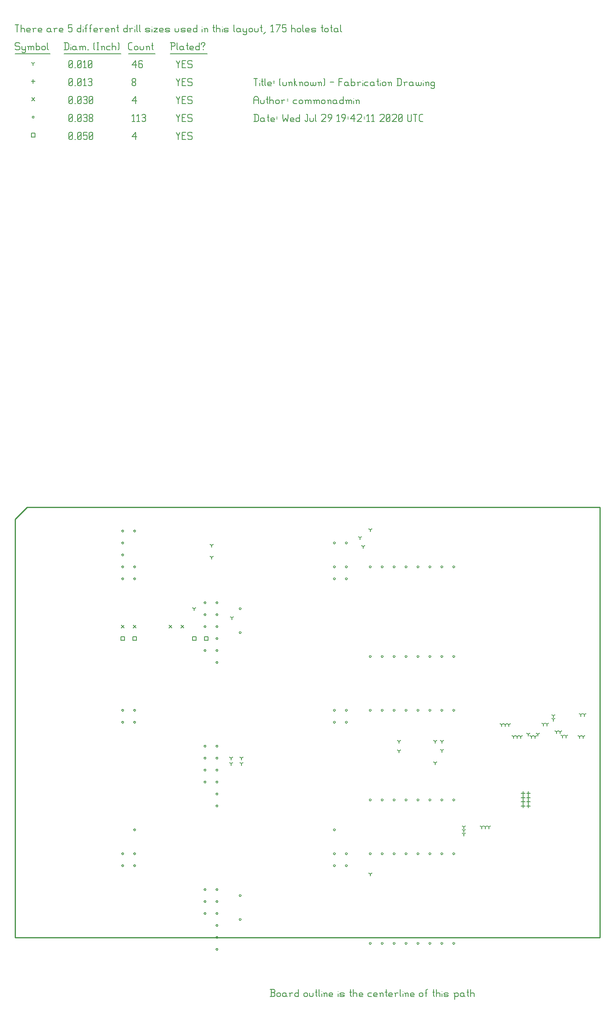
<source format=gbr>
G04 start of page 14 for group -3984 idx -3984 *
G04 Title: (unknown), fab *
G04 Creator: pcb 4.2.0 *
G04 CreationDate: Wed Jul 29 19:42:11 2020 UTC *
G04 For: commonadmin *
G04 Format: Gerber/RS-274X *
G04 PCB-Dimensions (mil): 6000.00 7000.00 *
G04 PCB-Coordinate-Origin: lower left *
%MOIN*%
%FSLAX25Y25*%
%LNFAB*%
%ADD99C,0.0100*%
%ADD98C,0.0075*%
%ADD97C,0.0060*%
%ADD96C,0.0080*%
G54D96*X158400Y291600D02*X161600D01*
X158400D02*Y288400D01*
X161600D01*
Y291600D02*Y288400D01*
X98400Y291600D02*X101600D01*
X98400D02*Y288400D01*
X101600D01*
Y291600D02*Y288400D01*
X88400Y291600D02*X91600D01*
X88400D02*Y288400D01*
X91600D01*
Y291600D02*Y288400D01*
X148400Y291600D02*X151600D01*
X148400D02*Y288400D01*
X151600D01*
Y291600D02*Y288400D01*
X13400Y712850D02*X16600D01*
X13400D02*Y709650D01*
X16600D01*
Y712850D02*Y709650D01*
G54D97*X135000Y713500D02*X136500Y710500D01*
X138000Y713500D01*
X136500Y710500D02*Y707500D01*
X139800Y710800D02*X142050D01*
X139800Y707500D02*X142800D01*
X139800Y713500D02*Y707500D01*
Y713500D02*X142800D01*
X147600D02*X148350Y712750D01*
X145350Y713500D02*X147600D01*
X144600Y712750D02*X145350Y713500D01*
X144600Y712750D02*Y711250D01*
X145350Y710500D01*
X147600D01*
X148350Y709750D01*
Y708250D01*
X147600Y707500D02*X148350Y708250D01*
X145350Y707500D02*X147600D01*
X144600Y708250D02*X145350Y707500D01*
X98000Y709750D02*X101000Y713500D01*
X98000Y709750D02*X101750D01*
X101000Y713500D02*Y707500D01*
X45000Y708250D02*X45750Y707500D01*
X45000Y712750D02*Y708250D01*
Y712750D02*X45750Y713500D01*
X47250D01*
X48000Y712750D01*
Y708250D01*
X47250Y707500D02*X48000Y708250D01*
X45750Y707500D02*X47250D01*
X45000Y709000D02*X48000Y712000D01*
X49800Y707500D02*X50550D01*
X52350Y708250D02*X53100Y707500D01*
X52350Y712750D02*Y708250D01*
Y712750D02*X53100Y713500D01*
X54600D01*
X55350Y712750D01*
Y708250D01*
X54600Y707500D02*X55350Y708250D01*
X53100Y707500D02*X54600D01*
X52350Y709000D02*X55350Y712000D01*
X57150Y713500D02*X60150D01*
X57150D02*Y710500D01*
X57900Y711250D01*
X59400D01*
X60150Y710500D01*
Y708250D01*
X59400Y707500D02*X60150Y708250D01*
X57900Y707500D02*X59400D01*
X57150Y708250D02*X57900Y707500D01*
X61950Y708250D02*X62700Y707500D01*
X61950Y712750D02*Y708250D01*
Y712750D02*X62700Y713500D01*
X64200D01*
X64950Y712750D01*
Y708250D01*
X64200Y707500D02*X64950Y708250D01*
X62700Y707500D02*X64200D01*
X61950Y709000D02*X64950Y712000D01*
X296700Y155000D02*G75*G03X298300Y155000I800J0D01*G01*
G75*G03X296700Y155000I-800J0D01*G01*
X306700D02*G75*G03X308300Y155000I800J0D01*G01*
G75*G03X306700Y155000I-800J0D01*G01*
X316700D02*G75*G03X318300Y155000I800J0D01*G01*
G75*G03X316700Y155000I-800J0D01*G01*
X326700D02*G75*G03X328300Y155000I800J0D01*G01*
G75*G03X326700Y155000I-800J0D01*G01*
X336700D02*G75*G03X338300Y155000I800J0D01*G01*
G75*G03X336700Y155000I-800J0D01*G01*
X346700D02*G75*G03X348300Y155000I800J0D01*G01*
G75*G03X346700Y155000I-800J0D01*G01*
X356700D02*G75*G03X358300Y155000I800J0D01*G01*
G75*G03X356700Y155000I-800J0D01*G01*
X366700D02*G75*G03X368300Y155000I800J0D01*G01*
G75*G03X366700Y155000I-800J0D01*G01*
X296700Y230000D02*G75*G03X298300Y230000I800J0D01*G01*
G75*G03X296700Y230000I-800J0D01*G01*
X306700D02*G75*G03X308300Y230000I800J0D01*G01*
G75*G03X306700Y230000I-800J0D01*G01*
X316700D02*G75*G03X318300Y230000I800J0D01*G01*
G75*G03X316700Y230000I-800J0D01*G01*
X326700D02*G75*G03X328300Y230000I800J0D01*G01*
G75*G03X326700Y230000I-800J0D01*G01*
X336700D02*G75*G03X338300Y230000I800J0D01*G01*
G75*G03X336700Y230000I-800J0D01*G01*
X346700D02*G75*G03X348300Y230000I800J0D01*G01*
G75*G03X346700Y230000I-800J0D01*G01*
X356700D02*G75*G03X358300Y230000I800J0D01*G01*
G75*G03X356700Y230000I-800J0D01*G01*
X366700D02*G75*G03X368300Y230000I800J0D01*G01*
G75*G03X366700Y230000I-800J0D01*G01*
X276700D02*G75*G03X278300Y230000I800J0D01*G01*
G75*G03X276700Y230000I-800J0D01*G01*
Y220000D02*G75*G03X278300Y220000I800J0D01*G01*
G75*G03X276700Y220000I-800J0D01*G01*
X266700D02*G75*G03X268300Y220000I800J0D01*G01*
G75*G03X266700Y220000I-800J0D01*G01*
Y230000D02*G75*G03X268300Y230000I800J0D01*G01*
G75*G03X266700Y230000I-800J0D01*G01*
X99200D02*G75*G03X100800Y230000I800J0D01*G01*
G75*G03X99200Y230000I-800J0D01*G01*
Y220000D02*G75*G03X100800Y220000I800J0D01*G01*
G75*G03X99200Y220000I-800J0D01*G01*
X89200D02*G75*G03X90800Y220000I800J0D01*G01*
G75*G03X89200Y220000I-800J0D01*G01*
Y230000D02*G75*G03X90800Y230000I800J0D01*G01*
G75*G03X89200Y230000I-800J0D01*G01*
X168200Y80000D02*G75*G03X169800Y80000I800J0D01*G01*
G75*G03X168200Y80000I-800J0D01*G01*
Y70000D02*G75*G03X169800Y70000I800J0D01*G01*
G75*G03X168200Y70000I-800J0D01*G01*
Y60000D02*G75*G03X169800Y60000I800J0D01*G01*
G75*G03X168200Y60000I-800J0D01*G01*
Y50000D02*G75*G03X169800Y50000I800J0D01*G01*
G75*G03X168200Y50000I-800J0D01*G01*
Y40000D02*G75*G03X169800Y40000I800J0D01*G01*
G75*G03X168200Y40000I-800J0D01*G01*
Y30000D02*G75*G03X169800Y30000I800J0D01*G01*
G75*G03X168200Y30000I-800J0D01*G01*
Y200000D02*G75*G03X169800Y200000I800J0D01*G01*
G75*G03X168200Y200000I-800J0D01*G01*
Y190000D02*G75*G03X169800Y190000I800J0D01*G01*
G75*G03X168200Y190000I-800J0D01*G01*
Y180000D02*G75*G03X169800Y180000I800J0D01*G01*
G75*G03X168200Y180000I-800J0D01*G01*
Y170000D02*G75*G03X169800Y170000I800J0D01*G01*
G75*G03X168200Y170000I-800J0D01*G01*
Y160000D02*G75*G03X169800Y160000I800J0D01*G01*
G75*G03X168200Y160000I-800J0D01*G01*
Y150000D02*G75*G03X169800Y150000I800J0D01*G01*
G75*G03X168200Y150000I-800J0D01*G01*
Y320000D02*G75*G03X169800Y320000I800J0D01*G01*
G75*G03X168200Y320000I-800J0D01*G01*
Y310000D02*G75*G03X169800Y310000I800J0D01*G01*
G75*G03X168200Y310000I-800J0D01*G01*
Y300000D02*G75*G03X169800Y300000I800J0D01*G01*
G75*G03X168200Y300000I-800J0D01*G01*
Y290000D02*G75*G03X169800Y290000I800J0D01*G01*
G75*G03X168200Y290000I-800J0D01*G01*
Y280000D02*G75*G03X169800Y280000I800J0D01*G01*
G75*G03X168200Y280000I-800J0D01*G01*
Y270000D02*G75*G03X169800Y270000I800J0D01*G01*
G75*G03X168200Y270000I-800J0D01*G01*
X89200Y110000D02*G75*G03X90800Y110000I800J0D01*G01*
G75*G03X89200Y110000I-800J0D01*G01*
Y100000D02*G75*G03X90800Y100000I800J0D01*G01*
G75*G03X89200Y100000I-800J0D01*G01*
X99200D02*G75*G03X100800Y100000I800J0D01*G01*
G75*G03X99200Y100000I-800J0D01*G01*
Y110000D02*G75*G03X100800Y110000I800J0D01*G01*
G75*G03X99200Y110000I-800J0D01*G01*
X266700D02*G75*G03X268300Y110000I800J0D01*G01*
G75*G03X266700Y110000I-800J0D01*G01*
Y100000D02*G75*G03X268300Y100000I800J0D01*G01*
G75*G03X266700Y100000I-800J0D01*G01*
X276700D02*G75*G03X278300Y100000I800J0D01*G01*
G75*G03X276700Y100000I-800J0D01*G01*
Y110000D02*G75*G03X278300Y110000I800J0D01*G01*
G75*G03X276700Y110000I-800J0D01*G01*
X187700Y75000D02*G75*G03X189300Y75000I800J0D01*G01*
G75*G03X187700Y75000I-800J0D01*G01*
Y55000D02*G75*G03X189300Y55000I800J0D01*G01*
G75*G03X187700Y55000I-800J0D01*G01*
X366700Y110000D02*G75*G03X368300Y110000I800J0D01*G01*
G75*G03X366700Y110000I-800J0D01*G01*
X356700D02*G75*G03X358300Y110000I800J0D01*G01*
G75*G03X356700Y110000I-800J0D01*G01*
X346700D02*G75*G03X348300Y110000I800J0D01*G01*
G75*G03X346700Y110000I-800J0D01*G01*
X336700D02*G75*G03X338300Y110000I800J0D01*G01*
G75*G03X336700Y110000I-800J0D01*G01*
X326700D02*G75*G03X328300Y110000I800J0D01*G01*
G75*G03X326700Y110000I-800J0D01*G01*
X316700D02*G75*G03X318300Y110000I800J0D01*G01*
G75*G03X316700Y110000I-800J0D01*G01*
X306700D02*G75*G03X308300Y110000I800J0D01*G01*
G75*G03X306700Y110000I-800J0D01*G01*
X296700D02*G75*G03X298300Y110000I800J0D01*G01*
G75*G03X296700Y110000I-800J0D01*G01*
X366700Y35000D02*G75*G03X368300Y35000I800J0D01*G01*
G75*G03X366700Y35000I-800J0D01*G01*
X356700D02*G75*G03X358300Y35000I800J0D01*G01*
G75*G03X356700Y35000I-800J0D01*G01*
X346700D02*G75*G03X348300Y35000I800J0D01*G01*
G75*G03X346700Y35000I-800J0D01*G01*
X336700D02*G75*G03X338300Y35000I800J0D01*G01*
G75*G03X336700Y35000I-800J0D01*G01*
X326700D02*G75*G03X328300Y35000I800J0D01*G01*
G75*G03X326700Y35000I-800J0D01*G01*
X316700D02*G75*G03X318300Y35000I800J0D01*G01*
G75*G03X316700Y35000I-800J0D01*G01*
X306700D02*G75*G03X308300Y35000I800J0D01*G01*
G75*G03X306700Y35000I-800J0D01*G01*
X296700D02*G75*G03X298300Y35000I800J0D01*G01*
G75*G03X296700Y35000I-800J0D01*G01*
X89200Y350000D02*G75*G03X90800Y350000I800J0D01*G01*
G75*G03X89200Y350000I-800J0D01*G01*
Y340000D02*G75*G03X90800Y340000I800J0D01*G01*
G75*G03X89200Y340000I-800J0D01*G01*
X99200D02*G75*G03X100800Y340000I800J0D01*G01*
G75*G03X99200Y340000I-800J0D01*G01*
Y350000D02*G75*G03X100800Y350000I800J0D01*G01*
G75*G03X99200Y350000I-800J0D01*G01*
X266700D02*G75*G03X268300Y350000I800J0D01*G01*
G75*G03X266700Y350000I-800J0D01*G01*
Y340000D02*G75*G03X268300Y340000I800J0D01*G01*
G75*G03X266700Y340000I-800J0D01*G01*
X276700D02*G75*G03X278300Y340000I800J0D01*G01*
G75*G03X276700Y340000I-800J0D01*G01*
Y350000D02*G75*G03X278300Y350000I800J0D01*G01*
G75*G03X276700Y350000I-800J0D01*G01*
X187700Y315000D02*G75*G03X189300Y315000I800J0D01*G01*
G75*G03X187700Y315000I-800J0D01*G01*
Y295000D02*G75*G03X189300Y295000I800J0D01*G01*
G75*G03X187700Y295000I-800J0D01*G01*
X366700Y275000D02*G75*G03X368300Y275000I800J0D01*G01*
G75*G03X366700Y275000I-800J0D01*G01*
X356700D02*G75*G03X358300Y275000I800J0D01*G01*
G75*G03X356700Y275000I-800J0D01*G01*
X346700D02*G75*G03X348300Y275000I800J0D01*G01*
G75*G03X346700Y275000I-800J0D01*G01*
X336700D02*G75*G03X338300Y275000I800J0D01*G01*
G75*G03X336700Y275000I-800J0D01*G01*
X326700D02*G75*G03X328300Y275000I800J0D01*G01*
G75*G03X326700Y275000I-800J0D01*G01*
X316700D02*G75*G03X318300Y275000I800J0D01*G01*
G75*G03X316700Y275000I-800J0D01*G01*
X306700D02*G75*G03X308300Y275000I800J0D01*G01*
G75*G03X306700Y275000I-800J0D01*G01*
X296700D02*G75*G03X298300Y275000I800J0D01*G01*
G75*G03X296700Y275000I-800J0D01*G01*
X366700Y350000D02*G75*G03X368300Y350000I800J0D01*G01*
G75*G03X366700Y350000I-800J0D01*G01*
X356700D02*G75*G03X358300Y350000I800J0D01*G01*
G75*G03X356700Y350000I-800J0D01*G01*
X346700D02*G75*G03X348300Y350000I800J0D01*G01*
G75*G03X346700Y350000I-800J0D01*G01*
X336700D02*G75*G03X338300Y350000I800J0D01*G01*
G75*G03X336700Y350000I-800J0D01*G01*
X326700D02*G75*G03X328300Y350000I800J0D01*G01*
G75*G03X326700Y350000I-800J0D01*G01*
X316700D02*G75*G03X318300Y350000I800J0D01*G01*
G75*G03X316700Y350000I-800J0D01*G01*
X306700D02*G75*G03X308300Y350000I800J0D01*G01*
G75*G03X306700Y350000I-800J0D01*G01*
X296700D02*G75*G03X298300Y350000I800J0D01*G01*
G75*G03X296700Y350000I-800J0D01*G01*
X276700Y370000D02*G75*G03X278300Y370000I800J0D01*G01*
G75*G03X276700Y370000I-800J0D01*G01*
X158200Y320000D02*G75*G03X159800Y320000I800J0D01*G01*
G75*G03X158200Y320000I-800J0D01*G01*
Y310000D02*G75*G03X159800Y310000I800J0D01*G01*
G75*G03X158200Y310000I-800J0D01*G01*
Y280000D02*G75*G03X159800Y280000I800J0D01*G01*
G75*G03X158200Y280000I-800J0D01*G01*
X266700Y370000D02*G75*G03X268300Y370000I800J0D01*G01*
G75*G03X266700Y370000I-800J0D01*G01*
X99200Y380000D02*G75*G03X100800Y380000I800J0D01*G01*
G75*G03X99200Y380000I-800J0D01*G01*
X158200Y200000D02*G75*G03X159800Y200000I800J0D01*G01*
G75*G03X158200Y200000I-800J0D01*G01*
Y190000D02*G75*G03X159800Y190000I800J0D01*G01*
G75*G03X158200Y190000I-800J0D01*G01*
Y180000D02*G75*G03X159800Y180000I800J0D01*G01*
G75*G03X158200Y180000I-800J0D01*G01*
Y170000D02*G75*G03X159800Y170000I800J0D01*G01*
G75*G03X158200Y170000I-800J0D01*G01*
Y80000D02*G75*G03X159800Y80000I800J0D01*G01*
G75*G03X158200Y80000I-800J0D01*G01*
Y70000D02*G75*G03X159800Y70000I800J0D01*G01*
G75*G03X158200Y70000I-800J0D01*G01*
Y60000D02*G75*G03X159800Y60000I800J0D01*G01*
G75*G03X158200Y60000I-800J0D01*G01*
X99200Y130000D02*G75*G03X100800Y130000I800J0D01*G01*
G75*G03X99200Y130000I-800J0D01*G01*
X266700D02*G75*G03X268300Y130000I800J0D01*G01*
G75*G03X266700Y130000I-800J0D01*G01*
X89200Y370000D02*G75*G03X90800Y370000I800J0D01*G01*
G75*G03X89200Y370000I-800J0D01*G01*
Y380000D02*G75*G03X90800Y380000I800J0D01*G01*
G75*G03X89200Y380000I-800J0D01*G01*
Y360000D02*G75*G03X90800Y360000I800J0D01*G01*
G75*G03X89200Y360000I-800J0D01*G01*
X158200Y300000D02*G75*G03X159800Y300000I800J0D01*G01*
G75*G03X158200Y300000I-800J0D01*G01*
X14200Y726250D02*G75*G03X15800Y726250I800J0D01*G01*
G75*G03X14200Y726250I-800J0D01*G01*
X135000Y728500D02*X136500Y725500D01*
X138000Y728500D01*
X136500Y725500D02*Y722500D01*
X139800Y725800D02*X142050D01*
X139800Y722500D02*X142800D01*
X139800Y728500D02*Y722500D01*
Y728500D02*X142800D01*
X147600D02*X148350Y727750D01*
X145350Y728500D02*X147600D01*
X144600Y727750D02*X145350Y728500D01*
X144600Y727750D02*Y726250D01*
X145350Y725500D01*
X147600D01*
X148350Y724750D01*
Y723250D01*
X147600Y722500D02*X148350Y723250D01*
X145350Y722500D02*X147600D01*
X144600Y723250D02*X145350Y722500D01*
X98000Y727300D02*X99200Y728500D01*
Y722500D01*
X98000D02*X100250D01*
X102050Y727300D02*X103250Y728500D01*
Y722500D01*
X102050D02*X104300D01*
X106100Y727750D02*X106850Y728500D01*
X108350D01*
X109100Y727750D01*
X108350Y722500D02*X109100Y723250D01*
X106850Y722500D02*X108350D01*
X106100Y723250D02*X106850Y722500D01*
Y725800D02*X108350D01*
X109100Y727750D02*Y726550D01*
Y725050D02*Y723250D01*
Y725050D02*X108350Y725800D01*
X109100Y726550D02*X108350Y725800D01*
X45000Y723250D02*X45750Y722500D01*
X45000Y727750D02*Y723250D01*
Y727750D02*X45750Y728500D01*
X47250D01*
X48000Y727750D01*
Y723250D01*
X47250Y722500D02*X48000Y723250D01*
X45750Y722500D02*X47250D01*
X45000Y724000D02*X48000Y727000D01*
X49800Y722500D02*X50550D01*
X52350Y723250D02*X53100Y722500D01*
X52350Y727750D02*Y723250D01*
Y727750D02*X53100Y728500D01*
X54600D01*
X55350Y727750D01*
Y723250D01*
X54600Y722500D02*X55350Y723250D01*
X53100Y722500D02*X54600D01*
X52350Y724000D02*X55350Y727000D01*
X57150Y727750D02*X57900Y728500D01*
X59400D01*
X60150Y727750D01*
X59400Y722500D02*X60150Y723250D01*
X57900Y722500D02*X59400D01*
X57150Y723250D02*X57900Y722500D01*
Y725800D02*X59400D01*
X60150Y727750D02*Y726550D01*
Y725050D02*Y723250D01*
Y725050D02*X59400Y725800D01*
X60150Y726550D02*X59400Y725800D01*
X61950Y723250D02*X62700Y722500D01*
X61950Y724450D02*Y723250D01*
Y724450D02*X63000Y725500D01*
X63900D01*
X64950Y724450D01*
Y723250D01*
X64200Y722500D02*X64950Y723250D01*
X62700Y722500D02*X64200D01*
X61950Y726550D02*X63000Y725500D01*
X61950Y727750D02*Y726550D01*
Y727750D02*X62700Y728500D01*
X64200D01*
X64950Y727750D01*
Y726550D01*
X63900Y725500D02*X64950Y726550D01*
X88800Y301200D02*X91200Y298800D01*
X88800D02*X91200Y301200D01*
X128800D02*X131200Y298800D01*
X128800D02*X131200Y301200D01*
X138800D02*X141200Y298800D01*
X138800D02*X141200Y301200D01*
X98800D02*X101200Y298800D01*
X98800D02*X101200Y301200D01*
X13800Y742450D02*X16200Y740050D01*
X13800D02*X16200Y742450D01*
X135000Y743500D02*X136500Y740500D01*
X138000Y743500D01*
X136500Y740500D02*Y737500D01*
X139800Y740800D02*X142050D01*
X139800Y737500D02*X142800D01*
X139800Y743500D02*Y737500D01*
Y743500D02*X142800D01*
X147600D02*X148350Y742750D01*
X145350Y743500D02*X147600D01*
X144600Y742750D02*X145350Y743500D01*
X144600Y742750D02*Y741250D01*
X145350Y740500D01*
X147600D01*
X148350Y739750D01*
Y738250D01*
X147600Y737500D02*X148350Y738250D01*
X145350Y737500D02*X147600D01*
X144600Y738250D02*X145350Y737500D01*
X98000Y739750D02*X101000Y743500D01*
X98000Y739750D02*X101750D01*
X101000Y743500D02*Y737500D01*
X45000Y738250D02*X45750Y737500D01*
X45000Y742750D02*Y738250D01*
Y742750D02*X45750Y743500D01*
X47250D01*
X48000Y742750D01*
Y738250D01*
X47250Y737500D02*X48000Y738250D01*
X45750Y737500D02*X47250D01*
X45000Y739000D02*X48000Y742000D01*
X49800Y737500D02*X50550D01*
X52350Y738250D02*X53100Y737500D01*
X52350Y742750D02*Y738250D01*
Y742750D02*X53100Y743500D01*
X54600D01*
X55350Y742750D01*
Y738250D01*
X54600Y737500D02*X55350Y738250D01*
X53100Y737500D02*X54600D01*
X52350Y739000D02*X55350Y742000D01*
X57150Y742750D02*X57900Y743500D01*
X59400D01*
X60150Y742750D01*
X59400Y737500D02*X60150Y738250D01*
X57900Y737500D02*X59400D01*
X57150Y738250D02*X57900Y737500D01*
Y740800D02*X59400D01*
X60150Y742750D02*Y741550D01*
Y740050D02*Y738250D01*
Y740050D02*X59400Y740800D01*
X60150Y741550D02*X59400Y740800D01*
X61950Y738250D02*X62700Y737500D01*
X61950Y742750D02*Y738250D01*
Y742750D02*X62700Y743500D01*
X64200D01*
X64950Y742750D01*
Y738250D01*
X64200Y737500D02*X64950Y738250D01*
X62700Y737500D02*X64200D01*
X61950Y739000D02*X64950Y742000D01*
X425500Y155100D02*Y151900D01*
X423900Y153500D02*X427100D01*
X430000Y158600D02*Y155400D01*
X428400Y157000D02*X431600D01*
X425500Y158600D02*Y155400D01*
X423900Y157000D02*X427100D01*
X425500Y162100D02*Y158900D01*
X423900Y160500D02*X427100D01*
X430000Y162100D02*Y158900D01*
X428400Y160500D02*X431600D01*
X425500Y151600D02*Y148400D01*
X423900Y150000D02*X427100D01*
X430000Y151600D02*Y148400D01*
X428400Y150000D02*X431600D01*
X430000Y155100D02*Y151900D01*
X428400Y153500D02*X431600D01*
X15000Y757850D02*Y754650D01*
X13400Y756250D02*X16600D01*
X135000Y758500D02*X136500Y755500D01*
X138000Y758500D01*
X136500Y755500D02*Y752500D01*
X139800Y755800D02*X142050D01*
X139800Y752500D02*X142800D01*
X139800Y758500D02*Y752500D01*
Y758500D02*X142800D01*
X147600D02*X148350Y757750D01*
X145350Y758500D02*X147600D01*
X144600Y757750D02*X145350Y758500D01*
X144600Y757750D02*Y756250D01*
X145350Y755500D01*
X147600D01*
X148350Y754750D01*
Y753250D01*
X147600Y752500D02*X148350Y753250D01*
X145350Y752500D02*X147600D01*
X144600Y753250D02*X145350Y752500D01*
X98000Y753250D02*X98750Y752500D01*
X98000Y754450D02*Y753250D01*
Y754450D02*X99050Y755500D01*
X99950D01*
X101000Y754450D01*
Y753250D01*
X100250Y752500D02*X101000Y753250D01*
X98750Y752500D02*X100250D01*
X98000Y756550D02*X99050Y755500D01*
X98000Y757750D02*Y756550D01*
Y757750D02*X98750Y758500D01*
X100250D01*
X101000Y757750D01*
Y756550D01*
X99950Y755500D02*X101000Y756550D01*
X45000Y753250D02*X45750Y752500D01*
X45000Y757750D02*Y753250D01*
Y757750D02*X45750Y758500D01*
X47250D01*
X48000Y757750D01*
Y753250D01*
X47250Y752500D02*X48000Y753250D01*
X45750Y752500D02*X47250D01*
X45000Y754000D02*X48000Y757000D01*
X49800Y752500D02*X50550D01*
X52350Y753250D02*X53100Y752500D01*
X52350Y757750D02*Y753250D01*
Y757750D02*X53100Y758500D01*
X54600D01*
X55350Y757750D01*
Y753250D01*
X54600Y752500D02*X55350Y753250D01*
X53100Y752500D02*X54600D01*
X52350Y754000D02*X55350Y757000D01*
X57150Y757300D02*X58350Y758500D01*
Y752500D01*
X57150D02*X59400D01*
X61200Y757750D02*X61950Y758500D01*
X63450D01*
X64200Y757750D01*
X63450Y752500D02*X64200Y753250D01*
X61950Y752500D02*X63450D01*
X61200Y753250D02*X61950Y752500D01*
Y755800D02*X63450D01*
X64200Y757750D02*Y756550D01*
Y755050D02*Y753250D01*
Y755050D02*X63450Y755800D01*
X64200Y756550D02*X63450Y755800D01*
X458499Y208500D02*Y206900D01*
Y208500D02*X459886Y209300D01*
X458499Y208500D02*X457113Y209300D01*
X461500Y208500D02*Y206900D01*
Y208500D02*X462887Y209300D01*
X461500Y208500D02*X460113Y209300D01*
X453500Y212000D02*Y210400D01*
Y212000D02*X454887Y212800D01*
X453500Y212000D02*X452113Y212800D01*
X456500Y212000D02*Y210400D01*
Y212000D02*X457887Y212800D01*
X456500Y212000D02*X455113Y212800D01*
X442500Y218500D02*Y216900D01*
Y218500D02*X443887Y219300D01*
X442500Y218500D02*X441113Y219300D01*
X445500Y218500D02*Y216900D01*
Y218500D02*X446887Y219300D01*
X445500Y218500D02*X444113Y219300D01*
X430000Y210000D02*Y208400D01*
Y210000D02*X431387Y210800D01*
X430000Y210000D02*X428613Y210800D01*
X432500Y208000D02*Y206400D01*
Y208000D02*X433887Y208800D01*
X432500Y208000D02*X431113Y208800D01*
X435500Y208000D02*Y206400D01*
Y208000D02*X436887Y208800D01*
X435500Y208000D02*X434113Y208800D01*
X438000Y210000D02*Y208400D01*
Y210000D02*X439387Y210800D01*
X438000Y210000D02*X436613Y210800D01*
X473000Y208000D02*Y206400D01*
Y208000D02*X474387Y208800D01*
X473000Y208000D02*X471613Y208800D01*
X476000Y208000D02*Y206400D01*
Y208000D02*X477387Y208800D01*
X476000Y208000D02*X474613Y208800D01*
X417500Y208000D02*Y206400D01*
Y208000D02*X418887Y208800D01*
X417500Y208000D02*X416113Y208800D01*
X420500Y208000D02*Y206400D01*
Y208000D02*X421887Y208800D01*
X420500Y208000D02*X419113Y208800D01*
X423500Y208000D02*Y206400D01*
Y208000D02*X424887Y208800D01*
X423500Y208000D02*X422113Y208800D01*
X407500Y218000D02*Y216400D01*
Y218000D02*X408887Y218800D01*
X407500Y218000D02*X406113Y218800D01*
X410500Y218000D02*Y216400D01*
Y218000D02*X411887Y218800D01*
X410500Y218000D02*X409113Y218800D01*
X413500Y218000D02*Y216400D01*
Y218000D02*X414887Y218800D01*
X413500Y218000D02*X412113Y218800D01*
X291500Y367000D02*Y365400D01*
Y367000D02*X292887Y367800D01*
X291500Y367000D02*X290113Y367800D01*
X289000Y374500D02*Y372900D01*
Y374500D02*X290387Y375300D01*
X289000Y374500D02*X287613Y375300D01*
X164500Y368000D02*Y366400D01*
Y368000D02*X165887Y368800D01*
X164500Y368000D02*X163113Y368800D01*
X164500Y358000D02*Y356400D01*
Y358000D02*X165887Y358800D01*
X164500Y358000D02*X163113Y358800D01*
X297500Y381000D02*Y379400D01*
Y381000D02*X298887Y381800D01*
X297500Y381000D02*X296113Y381800D01*
X321500Y196000D02*Y194400D01*
Y196000D02*X322887Y196800D01*
X321500Y196000D02*X320113Y196800D01*
X321500Y204000D02*Y202400D01*
Y204000D02*X322887Y204800D01*
X321500Y204000D02*X320113Y204800D01*
X181000Y190000D02*Y188400D01*
Y190000D02*X182387Y190800D01*
X181000Y190000D02*X179613Y190800D01*
X189500Y190000D02*Y188400D01*
Y190000D02*X190887Y190800D01*
X189500Y190000D02*X188113Y190800D01*
X357500Y196500D02*Y194900D01*
Y196500D02*X358887Y197300D01*
X357500Y196500D02*X356113Y197300D01*
X357500Y204000D02*Y202400D01*
Y204000D02*X358887Y204800D01*
X357500Y204000D02*X356113Y204800D01*
X181000Y185500D02*Y183900D01*
Y185500D02*X182387Y186300D01*
X181000Y185500D02*X179613Y186300D01*
X189500Y185500D02*Y183900D01*
Y185500D02*X190887Y186300D01*
X189500Y185500D02*X188113Y186300D01*
X352000Y186000D02*Y184400D01*
Y186000D02*X353387Y186800D01*
X352000Y186000D02*X350613Y186800D01*
X352000Y204000D02*Y202400D01*
Y204000D02*X353387Y204800D01*
X352000Y204000D02*X350613Y204800D01*
X297500Y93000D02*Y91400D01*
Y93000D02*X298887Y93800D01*
X297500Y93000D02*X296113Y93800D01*
X474000Y226500D02*Y224900D01*
Y226500D02*X475387Y227300D01*
X474000Y226500D02*X472613Y227300D01*
X477000Y226500D02*Y224900D01*
Y226500D02*X478387Y227300D01*
X477000Y226500D02*X475613Y227300D01*
X451000Y222500D02*Y220900D01*
Y222500D02*X452387Y223300D01*
X451000Y222500D02*X449613Y223300D01*
X451000Y225500D02*Y223900D01*
Y225500D02*X452387Y226300D01*
X451000Y225500D02*X449613Y226300D01*
X376000Y132500D02*Y130900D01*
Y132500D02*X377387Y133300D01*
X376000Y132500D02*X374613Y133300D01*
X391000Y132500D02*Y130900D01*
Y132500D02*X392387Y133300D01*
X391000Y132500D02*X389613Y133300D01*
X394000Y132500D02*Y130900D01*
Y132500D02*X395387Y133300D01*
X394000Y132500D02*X392613Y133300D01*
X397000Y132500D02*Y130900D01*
Y132500D02*X398387Y133300D01*
X397000Y132500D02*X395613Y133300D01*
X376000Y126500D02*Y124900D01*
Y126500D02*X377387Y127300D01*
X376000Y126500D02*X374613Y127300D01*
X376000Y129500D02*Y127900D01*
Y129500D02*X377387Y130300D01*
X376000Y129500D02*X374613Y130300D01*
X150000Y315000D02*Y313400D01*
Y315000D02*X151387Y315800D01*
X150000Y315000D02*X148613Y315800D01*
X181500Y307500D02*Y305900D01*
Y307500D02*X182887Y308300D01*
X181500Y307500D02*X180113Y308300D01*
X15000Y771250D02*Y769650D01*
Y771250D02*X16387Y772050D01*
X15000Y771250D02*X13613Y772050D01*
X135000Y773500D02*X136500Y770500D01*
X138000Y773500D01*
X136500Y770500D02*Y767500D01*
X139800Y770800D02*X142050D01*
X139800Y767500D02*X142800D01*
X139800Y773500D02*Y767500D01*
Y773500D02*X142800D01*
X147600D02*X148350Y772750D01*
X145350Y773500D02*X147600D01*
X144600Y772750D02*X145350Y773500D01*
X144600Y772750D02*Y771250D01*
X145350Y770500D01*
X147600D01*
X148350Y769750D01*
Y768250D01*
X147600Y767500D02*X148350Y768250D01*
X145350Y767500D02*X147600D01*
X144600Y768250D02*X145350Y767500D01*
X98000Y769750D02*X101000Y773500D01*
X98000Y769750D02*X101750D01*
X101000Y773500D02*Y767500D01*
X105800Y773500D02*X106550Y772750D01*
X104300Y773500D02*X105800D01*
X103550Y772750D02*X104300Y773500D01*
X103550Y772750D02*Y768250D01*
X104300Y767500D01*
X105800Y770800D02*X106550Y770050D01*
X103550Y770800D02*X105800D01*
X104300Y767500D02*X105800D01*
X106550Y768250D01*
Y770050D02*Y768250D01*
X45000D02*X45750Y767500D01*
X45000Y772750D02*Y768250D01*
Y772750D02*X45750Y773500D01*
X47250D01*
X48000Y772750D01*
Y768250D01*
X47250Y767500D02*X48000Y768250D01*
X45750Y767500D02*X47250D01*
X45000Y769000D02*X48000Y772000D01*
X49800Y767500D02*X50550D01*
X52350Y768250D02*X53100Y767500D01*
X52350Y772750D02*Y768250D01*
Y772750D02*X53100Y773500D01*
X54600D01*
X55350Y772750D01*
Y768250D01*
X54600Y767500D02*X55350Y768250D01*
X53100Y767500D02*X54600D01*
X52350Y769000D02*X55350Y772000D01*
X57150Y772300D02*X58350Y773500D01*
Y767500D01*
X57150D02*X59400D01*
X61200Y768250D02*X61950Y767500D01*
X61200Y772750D02*Y768250D01*
Y772750D02*X61950Y773500D01*
X63450D01*
X64200Y772750D01*
Y768250D01*
X63450Y767500D02*X64200Y768250D01*
X61950Y767500D02*X63450D01*
X61200Y769000D02*X64200Y772000D01*
X3000Y788500D02*X3750Y787750D01*
X750Y788500D02*X3000D01*
X0Y787750D02*X750Y788500D01*
X0Y787750D02*Y786250D01*
X750Y785500D01*
X3000D01*
X3750Y784750D01*
Y783250D01*
X3000Y782500D02*X3750Y783250D01*
X750Y782500D02*X3000D01*
X0Y783250D02*X750Y782500D01*
X5550Y785500D02*Y783250D01*
X6300Y782500D01*
X8550Y785500D02*Y781000D01*
X7800Y780250D02*X8550Y781000D01*
X6300Y780250D02*X7800D01*
X5550Y781000D02*X6300Y780250D01*
Y782500D02*X7800D01*
X8550Y783250D01*
X11100Y784750D02*Y782500D01*
Y784750D02*X11850Y785500D01*
X12600D01*
X13350Y784750D01*
Y782500D01*
Y784750D02*X14100Y785500D01*
X14850D01*
X15600Y784750D01*
Y782500D01*
X10350Y785500D02*X11100Y784750D01*
X17400Y788500D02*Y782500D01*
Y783250D02*X18150Y782500D01*
X19650D01*
X20400Y783250D01*
Y784750D02*Y783250D01*
X19650Y785500D02*X20400Y784750D01*
X18150Y785500D02*X19650D01*
X17400Y784750D02*X18150Y785500D01*
X22200Y784750D02*Y783250D01*
Y784750D02*X22950Y785500D01*
X24450D01*
X25200Y784750D01*
Y783250D01*
X24450Y782500D02*X25200Y783250D01*
X22950Y782500D02*X24450D01*
X22200Y783250D02*X22950Y782500D01*
X27000Y788500D02*Y783250D01*
X27750Y782500D01*
X0Y779250D02*X29250D01*
X41750Y788500D02*Y782500D01*
X43700Y788500D02*X44750Y787450D01*
Y783550D01*
X43700Y782500D02*X44750Y783550D01*
X41000Y782500D02*X43700D01*
X41000Y788500D02*X43700D01*
G54D98*X46550Y787000D02*Y786850D01*
G54D97*Y784750D02*Y782500D01*
X50300Y785500D02*X51050Y784750D01*
X48800Y785500D02*X50300D01*
X48050Y784750D02*X48800Y785500D01*
X48050Y784750D02*Y783250D01*
X48800Y782500D01*
X51050Y785500D02*Y783250D01*
X51800Y782500D01*
X48800D02*X50300D01*
X51050Y783250D01*
X54350Y784750D02*Y782500D01*
Y784750D02*X55100Y785500D01*
X55850D01*
X56600Y784750D01*
Y782500D01*
Y784750D02*X57350Y785500D01*
X58100D01*
X58850Y784750D01*
Y782500D01*
X53600Y785500D02*X54350Y784750D01*
X60650Y782500D02*X61400D01*
X65900Y783250D02*X66650Y782500D01*
X65900Y787750D02*X66650Y788500D01*
X65900Y787750D02*Y783250D01*
X68450Y788500D02*X69950D01*
X69200D02*Y782500D01*
X68450D02*X69950D01*
X72500Y784750D02*Y782500D01*
Y784750D02*X73250Y785500D01*
X74000D01*
X74750Y784750D01*
Y782500D01*
X71750Y785500D02*X72500Y784750D01*
X77300Y785500D02*X79550D01*
X76550Y784750D02*X77300Y785500D01*
X76550Y784750D02*Y783250D01*
X77300Y782500D01*
X79550D01*
X81350Y788500D02*Y782500D01*
Y784750D02*X82100Y785500D01*
X83600D01*
X84350Y784750D01*
Y782500D01*
X86150Y788500D02*X86900Y787750D01*
Y783250D01*
X86150Y782500D02*X86900Y783250D01*
X41000Y779250D02*X88700D01*
X96050Y782500D02*X98000D01*
X95000Y783550D02*X96050Y782500D01*
X95000Y787450D02*Y783550D01*
Y787450D02*X96050Y788500D01*
X98000D01*
X99800Y784750D02*Y783250D01*
Y784750D02*X100550Y785500D01*
X102050D01*
X102800Y784750D01*
Y783250D01*
X102050Y782500D02*X102800Y783250D01*
X100550Y782500D02*X102050D01*
X99800Y783250D02*X100550Y782500D01*
X104600Y785500D02*Y783250D01*
X105350Y782500D01*
X106850D01*
X107600Y783250D01*
Y785500D02*Y783250D01*
X110150Y784750D02*Y782500D01*
Y784750D02*X110900Y785500D01*
X111650D01*
X112400Y784750D01*
Y782500D01*
X109400Y785500D02*X110150Y784750D01*
X114950Y788500D02*Y783250D01*
X115700Y782500D01*
X114200Y786250D02*X115700D01*
X95000Y779250D02*X117200D01*
X130750Y788500D02*Y782500D01*
X130000Y788500D02*X133000D01*
X133750Y787750D01*
Y786250D01*
X133000Y785500D02*X133750Y786250D01*
X130750Y785500D02*X133000D01*
X135550Y788500D02*Y783250D01*
X136300Y782500D01*
X140050Y785500D02*X140800Y784750D01*
X138550Y785500D02*X140050D01*
X137800Y784750D02*X138550Y785500D01*
X137800Y784750D02*Y783250D01*
X138550Y782500D01*
X140800Y785500D02*Y783250D01*
X141550Y782500D01*
X138550D02*X140050D01*
X140800Y783250D01*
X144100Y788500D02*Y783250D01*
X144850Y782500D01*
X143350Y786250D02*X144850D01*
X147100Y782500D02*X149350D01*
X146350Y783250D02*X147100Y782500D01*
X146350Y784750D02*Y783250D01*
Y784750D02*X147100Y785500D01*
X148600D01*
X149350Y784750D01*
X146350Y784000D02*X149350D01*
Y784750D02*Y784000D01*
X154150Y788500D02*Y782500D01*
X153400D02*X154150Y783250D01*
X151900Y782500D02*X153400D01*
X151150Y783250D02*X151900Y782500D01*
X151150Y784750D02*Y783250D01*
Y784750D02*X151900Y785500D01*
X153400D01*
X154150Y784750D01*
X157450Y785500D02*Y784750D01*
Y783250D02*Y782500D01*
X155950Y787750D02*Y787000D01*
Y787750D02*X156700Y788500D01*
X158200D01*
X158950Y787750D01*
Y787000D01*
X157450Y785500D02*X158950Y787000D01*
X130000Y779250D02*X160750D01*
X0Y803500D02*X3000D01*
X1500D02*Y797500D01*
X4800Y803500D02*Y797500D01*
Y799750D02*X5550Y800500D01*
X7050D01*
X7800Y799750D01*
Y797500D01*
X10350D02*X12600D01*
X9600Y798250D02*X10350Y797500D01*
X9600Y799750D02*Y798250D01*
Y799750D02*X10350Y800500D01*
X11850D01*
X12600Y799750D01*
X9600Y799000D02*X12600D01*
Y799750D02*Y799000D01*
X15150Y799750D02*Y797500D01*
Y799750D02*X15900Y800500D01*
X17400D01*
X14400D02*X15150Y799750D01*
X19950Y797500D02*X22200D01*
X19200Y798250D02*X19950Y797500D01*
X19200Y799750D02*Y798250D01*
Y799750D02*X19950Y800500D01*
X21450D01*
X22200Y799750D01*
X19200Y799000D02*X22200D01*
Y799750D02*Y799000D01*
X28950Y800500D02*X29700Y799750D01*
X27450Y800500D02*X28950D01*
X26700Y799750D02*X27450Y800500D01*
X26700Y799750D02*Y798250D01*
X27450Y797500D01*
X29700Y800500D02*Y798250D01*
X30450Y797500D01*
X27450D02*X28950D01*
X29700Y798250D01*
X33000Y799750D02*Y797500D01*
Y799750D02*X33750Y800500D01*
X35250D01*
X32250D02*X33000Y799750D01*
X37800Y797500D02*X40050D01*
X37050Y798250D02*X37800Y797500D01*
X37050Y799750D02*Y798250D01*
Y799750D02*X37800Y800500D01*
X39300D01*
X40050Y799750D01*
X37050Y799000D02*X40050D01*
Y799750D02*Y799000D01*
X44550Y803500D02*X47550D01*
X44550D02*Y800500D01*
X45300Y801250D01*
X46800D01*
X47550Y800500D01*
Y798250D01*
X46800Y797500D02*X47550Y798250D01*
X45300Y797500D02*X46800D01*
X44550Y798250D02*X45300Y797500D01*
X55050Y803500D02*Y797500D01*
X54300D02*X55050Y798250D01*
X52800Y797500D02*X54300D01*
X52050Y798250D02*X52800Y797500D01*
X52050Y799750D02*Y798250D01*
Y799750D02*X52800Y800500D01*
X54300D01*
X55050Y799750D01*
G54D98*X56850Y802000D02*Y801850D01*
G54D97*Y799750D02*Y797500D01*
X59100Y802750D02*Y797500D01*
Y802750D02*X59850Y803500D01*
X60600D01*
X58350Y800500D02*X59850D01*
X62850Y802750D02*Y797500D01*
Y802750D02*X63600Y803500D01*
X64350D01*
X62100Y800500D02*X63600D01*
X66600Y797500D02*X68850D01*
X65850Y798250D02*X66600Y797500D01*
X65850Y799750D02*Y798250D01*
Y799750D02*X66600Y800500D01*
X68100D01*
X68850Y799750D01*
X65850Y799000D02*X68850D01*
Y799750D02*Y799000D01*
X71400Y799750D02*Y797500D01*
Y799750D02*X72150Y800500D01*
X73650D01*
X70650D02*X71400Y799750D01*
X76200Y797500D02*X78450D01*
X75450Y798250D02*X76200Y797500D01*
X75450Y799750D02*Y798250D01*
Y799750D02*X76200Y800500D01*
X77700D01*
X78450Y799750D01*
X75450Y799000D02*X78450D01*
Y799750D02*Y799000D01*
X81000Y799750D02*Y797500D01*
Y799750D02*X81750Y800500D01*
X82500D01*
X83250Y799750D01*
Y797500D01*
X80250Y800500D02*X81000Y799750D01*
X85800Y803500D02*Y798250D01*
X86550Y797500D01*
X85050Y801250D02*X86550D01*
X93750Y803500D02*Y797500D01*
X93000D02*X93750Y798250D01*
X91500Y797500D02*X93000D01*
X90750Y798250D02*X91500Y797500D01*
X90750Y799750D02*Y798250D01*
Y799750D02*X91500Y800500D01*
X93000D01*
X93750Y799750D01*
X96300D02*Y797500D01*
Y799750D02*X97050Y800500D01*
X98550D01*
X95550D02*X96300Y799750D01*
G54D98*X100350Y802000D02*Y801850D01*
G54D97*Y799750D02*Y797500D01*
X101850Y803500D02*Y798250D01*
X102600Y797500D01*
X104100Y803500D02*Y798250D01*
X104850Y797500D01*
X109800D02*X112050D01*
X112800Y798250D01*
X112050Y799000D02*X112800Y798250D01*
X109800Y799000D02*X112050D01*
X109050Y799750D02*X109800Y799000D01*
X109050Y799750D02*X109800Y800500D01*
X112050D01*
X112800Y799750D01*
X109050Y798250D02*X109800Y797500D01*
G54D98*X114600Y802000D02*Y801850D01*
G54D97*Y799750D02*Y797500D01*
X116100Y800500D02*X119100D01*
X116100Y797500D02*X119100Y800500D01*
X116100Y797500D02*X119100D01*
X121650D02*X123900D01*
X120900Y798250D02*X121650Y797500D01*
X120900Y799750D02*Y798250D01*
Y799750D02*X121650Y800500D01*
X123150D01*
X123900Y799750D01*
X120900Y799000D02*X123900D01*
Y799750D02*Y799000D01*
X126450Y797500D02*X128700D01*
X129450Y798250D01*
X128700Y799000D02*X129450Y798250D01*
X126450Y799000D02*X128700D01*
X125700Y799750D02*X126450Y799000D01*
X125700Y799750D02*X126450Y800500D01*
X128700D01*
X129450Y799750D01*
X125700Y798250D02*X126450Y797500D01*
X133950Y800500D02*Y798250D01*
X134700Y797500D01*
X136200D01*
X136950Y798250D01*
Y800500D02*Y798250D01*
X139500Y797500D02*X141750D01*
X142500Y798250D01*
X141750Y799000D02*X142500Y798250D01*
X139500Y799000D02*X141750D01*
X138750Y799750D02*X139500Y799000D01*
X138750Y799750D02*X139500Y800500D01*
X141750D01*
X142500Y799750D01*
X138750Y798250D02*X139500Y797500D01*
X145050D02*X147300D01*
X144300Y798250D02*X145050Y797500D01*
X144300Y799750D02*Y798250D01*
Y799750D02*X145050Y800500D01*
X146550D01*
X147300Y799750D01*
X144300Y799000D02*X147300D01*
Y799750D02*Y799000D01*
X152100Y803500D02*Y797500D01*
X151350D02*X152100Y798250D01*
X149850Y797500D02*X151350D01*
X149100Y798250D02*X149850Y797500D01*
X149100Y799750D02*Y798250D01*
Y799750D02*X149850Y800500D01*
X151350D01*
X152100Y799750D01*
G54D98*X156600Y802000D02*Y801850D01*
G54D97*Y799750D02*Y797500D01*
X158850Y799750D02*Y797500D01*
Y799750D02*X159600Y800500D01*
X160350D01*
X161100Y799750D01*
Y797500D01*
X158100Y800500D02*X158850Y799750D01*
X166350Y803500D02*Y798250D01*
X167100Y797500D01*
X165600Y801250D02*X167100D01*
X168600Y803500D02*Y797500D01*
Y799750D02*X169350Y800500D01*
X170850D01*
X171600Y799750D01*
Y797500D01*
G54D98*X173400Y802000D02*Y801850D01*
G54D97*Y799750D02*Y797500D01*
X175650D02*X177900D01*
X178650Y798250D01*
X177900Y799000D02*X178650Y798250D01*
X175650Y799000D02*X177900D01*
X174900Y799750D02*X175650Y799000D01*
X174900Y799750D02*X175650Y800500D01*
X177900D01*
X178650Y799750D01*
X174900Y798250D02*X175650Y797500D01*
X183150Y803500D02*Y798250D01*
X183900Y797500D01*
X187650Y800500D02*X188400Y799750D01*
X186150Y800500D02*X187650D01*
X185400Y799750D02*X186150Y800500D01*
X185400Y799750D02*Y798250D01*
X186150Y797500D01*
X188400Y800500D02*Y798250D01*
X189150Y797500D01*
X186150D02*X187650D01*
X188400Y798250D01*
X190950Y800500D02*Y798250D01*
X191700Y797500D01*
X193950Y800500D02*Y796000D01*
X193200Y795250D02*X193950Y796000D01*
X191700Y795250D02*X193200D01*
X190950Y796000D02*X191700Y795250D01*
Y797500D02*X193200D01*
X193950Y798250D01*
X195750Y799750D02*Y798250D01*
Y799750D02*X196500Y800500D01*
X198000D01*
X198750Y799750D01*
Y798250D01*
X198000Y797500D02*X198750Y798250D01*
X196500Y797500D02*X198000D01*
X195750Y798250D02*X196500Y797500D01*
X200550Y800500D02*Y798250D01*
X201300Y797500D01*
X202800D01*
X203550Y798250D01*
Y800500D02*Y798250D01*
X206100Y803500D02*Y798250D01*
X206850Y797500D01*
X205350Y801250D02*X206850D01*
X208350Y796000D02*X209850Y797500D01*
X214350Y802300D02*X215550Y803500D01*
Y797500D01*
X214350D02*X216600D01*
X219150D02*X222150Y803500D01*
X218400D02*X222150D01*
X223950D02*X226950D01*
X223950D02*Y800500D01*
X224700Y801250D01*
X226200D01*
X226950Y800500D01*
Y798250D01*
X226200Y797500D02*X226950Y798250D01*
X224700Y797500D02*X226200D01*
X223950Y798250D02*X224700Y797500D01*
X231450Y803500D02*Y797500D01*
Y799750D02*X232200Y800500D01*
X233700D01*
X234450Y799750D01*
Y797500D01*
X236250Y799750D02*Y798250D01*
Y799750D02*X237000Y800500D01*
X238500D01*
X239250Y799750D01*
Y798250D01*
X238500Y797500D02*X239250Y798250D01*
X237000Y797500D02*X238500D01*
X236250Y798250D02*X237000Y797500D01*
X241050Y803500D02*Y798250D01*
X241800Y797500D01*
X244050D02*X246300D01*
X243300Y798250D02*X244050Y797500D01*
X243300Y799750D02*Y798250D01*
Y799750D02*X244050Y800500D01*
X245550D01*
X246300Y799750D01*
X243300Y799000D02*X246300D01*
Y799750D02*Y799000D01*
X248850Y797500D02*X251100D01*
X251850Y798250D01*
X251100Y799000D02*X251850Y798250D01*
X248850Y799000D02*X251100D01*
X248100Y799750D02*X248850Y799000D01*
X248100Y799750D02*X248850Y800500D01*
X251100D01*
X251850Y799750D01*
X248100Y798250D02*X248850Y797500D01*
X257100Y803500D02*Y798250D01*
X257850Y797500D01*
X256350Y801250D02*X257850D01*
X259350Y799750D02*Y798250D01*
Y799750D02*X260100Y800500D01*
X261600D01*
X262350Y799750D01*
Y798250D01*
X261600Y797500D02*X262350Y798250D01*
X260100Y797500D02*X261600D01*
X259350Y798250D02*X260100Y797500D01*
X264900Y803500D02*Y798250D01*
X265650Y797500D01*
X264150Y801250D02*X265650D01*
X269400Y800500D02*X270150Y799750D01*
X267900Y800500D02*X269400D01*
X267150Y799750D02*X267900Y800500D01*
X267150Y799750D02*Y798250D01*
X267900Y797500D01*
X270150Y800500D02*Y798250D01*
X270900Y797500D01*
X267900D02*X269400D01*
X270150Y798250D01*
X272700Y803500D02*Y798250D01*
X273450Y797500D01*
G54D99*X0Y390000D02*X10000Y400000D01*
X490000D01*
Y40000D01*
X0D01*
Y390000D01*
G54D97*X213675Y-9500D02*X216675D01*
X217425Y-8750D01*
Y-6950D02*Y-8750D01*
X216675Y-6200D02*X217425Y-6950D01*
X214425Y-6200D02*X216675D01*
X214425Y-3500D02*Y-9500D01*
X213675Y-3500D02*X216675D01*
X217425Y-4250D01*
Y-5450D01*
X216675Y-6200D02*X217425Y-5450D01*
X219225Y-7250D02*Y-8750D01*
Y-7250D02*X219975Y-6500D01*
X221475D01*
X222225Y-7250D01*
Y-8750D01*
X221475Y-9500D02*X222225Y-8750D01*
X219975Y-9500D02*X221475D01*
X219225Y-8750D02*X219975Y-9500D01*
X226275Y-6500D02*X227025Y-7250D01*
X224775Y-6500D02*X226275D01*
X224025Y-7250D02*X224775Y-6500D01*
X224025Y-7250D02*Y-8750D01*
X224775Y-9500D01*
X227025Y-6500D02*Y-8750D01*
X227775Y-9500D01*
X224775D02*X226275D01*
X227025Y-8750D01*
X230325Y-7250D02*Y-9500D01*
Y-7250D02*X231075Y-6500D01*
X232575D01*
X229575D02*X230325Y-7250D01*
X237375Y-3500D02*Y-9500D01*
X236625D02*X237375Y-8750D01*
X235125Y-9500D02*X236625D01*
X234375Y-8750D02*X235125Y-9500D01*
X234375Y-7250D02*Y-8750D01*
Y-7250D02*X235125Y-6500D01*
X236625D01*
X237375Y-7250D01*
X241875D02*Y-8750D01*
Y-7250D02*X242625Y-6500D01*
X244125D01*
X244875Y-7250D01*
Y-8750D01*
X244125Y-9500D02*X244875Y-8750D01*
X242625Y-9500D02*X244125D01*
X241875Y-8750D02*X242625Y-9500D01*
X246675Y-6500D02*Y-8750D01*
X247425Y-9500D01*
X248925D01*
X249675Y-8750D01*
Y-6500D02*Y-8750D01*
X252225Y-3500D02*Y-8750D01*
X252975Y-9500D01*
X251475Y-5750D02*X252975D01*
X254475Y-3500D02*Y-8750D01*
X255225Y-9500D01*
G54D98*X256725Y-5000D02*Y-5150D01*
G54D97*Y-7250D02*Y-9500D01*
X258975Y-7250D02*Y-9500D01*
Y-7250D02*X259725Y-6500D01*
X260475D01*
X261225Y-7250D01*
Y-9500D01*
X258225Y-6500D02*X258975Y-7250D01*
X263775Y-9500D02*X266025D01*
X263025Y-8750D02*X263775Y-9500D01*
X263025Y-7250D02*Y-8750D01*
Y-7250D02*X263775Y-6500D01*
X265275D01*
X266025Y-7250D01*
X263025Y-8000D02*X266025D01*
Y-7250D02*Y-8000D01*
G54D98*X270525Y-5000D02*Y-5150D01*
G54D97*Y-7250D02*Y-9500D01*
X272775D02*X275025D01*
X275775Y-8750D01*
X275025Y-8000D02*X275775Y-8750D01*
X272775Y-8000D02*X275025D01*
X272025Y-7250D02*X272775Y-8000D01*
X272025Y-7250D02*X272775Y-6500D01*
X275025D01*
X275775Y-7250D01*
X272025Y-8750D02*X272775Y-9500D01*
X281025Y-3500D02*Y-8750D01*
X281775Y-9500D01*
X280275Y-5750D02*X281775D01*
X283275Y-3500D02*Y-9500D01*
Y-7250D02*X284025Y-6500D01*
X285525D01*
X286275Y-7250D01*
Y-9500D01*
X288825D02*X291075D01*
X288075Y-8750D02*X288825Y-9500D01*
X288075Y-7250D02*Y-8750D01*
Y-7250D02*X288825Y-6500D01*
X290325D01*
X291075Y-7250D01*
X288075Y-8000D02*X291075D01*
Y-7250D02*Y-8000D01*
X296325Y-6500D02*X298575D01*
X295575Y-7250D02*X296325Y-6500D01*
X295575Y-7250D02*Y-8750D01*
X296325Y-9500D01*
X298575D01*
X301125D02*X303375D01*
X300375Y-8750D02*X301125Y-9500D01*
X300375Y-7250D02*Y-8750D01*
Y-7250D02*X301125Y-6500D01*
X302625D01*
X303375Y-7250D01*
X300375Y-8000D02*X303375D01*
Y-7250D02*Y-8000D01*
X305925Y-7250D02*Y-9500D01*
Y-7250D02*X306675Y-6500D01*
X307425D01*
X308175Y-7250D01*
Y-9500D01*
X305175Y-6500D02*X305925Y-7250D01*
X310725Y-3500D02*Y-8750D01*
X311475Y-9500D01*
X309975Y-5750D02*X311475D01*
X313725Y-9500D02*X315975D01*
X312975Y-8750D02*X313725Y-9500D01*
X312975Y-7250D02*Y-8750D01*
Y-7250D02*X313725Y-6500D01*
X315225D01*
X315975Y-7250D01*
X312975Y-8000D02*X315975D01*
Y-7250D02*Y-8000D01*
X318525Y-7250D02*Y-9500D01*
Y-7250D02*X319275Y-6500D01*
X320775D01*
X317775D02*X318525Y-7250D01*
X322575Y-3500D02*Y-8750D01*
X323325Y-9500D01*
G54D98*X324825Y-5000D02*Y-5150D01*
G54D97*Y-7250D02*Y-9500D01*
X327075Y-7250D02*Y-9500D01*
Y-7250D02*X327825Y-6500D01*
X328575D01*
X329325Y-7250D01*
Y-9500D01*
X326325Y-6500D02*X327075Y-7250D01*
X331875Y-9500D02*X334125D01*
X331125Y-8750D02*X331875Y-9500D01*
X331125Y-7250D02*Y-8750D01*
Y-7250D02*X331875Y-6500D01*
X333375D01*
X334125Y-7250D01*
X331125Y-8000D02*X334125D01*
Y-7250D02*Y-8000D01*
X338625Y-7250D02*Y-8750D01*
Y-7250D02*X339375Y-6500D01*
X340875D01*
X341625Y-7250D01*
Y-8750D01*
X340875Y-9500D02*X341625Y-8750D01*
X339375Y-9500D02*X340875D01*
X338625Y-8750D02*X339375Y-9500D01*
X344175Y-4250D02*Y-9500D01*
Y-4250D02*X344925Y-3500D01*
X345675D01*
X343425Y-6500D02*X344925D01*
X350625Y-3500D02*Y-8750D01*
X351375Y-9500D01*
X349875Y-5750D02*X351375D01*
X352875Y-3500D02*Y-9500D01*
Y-7250D02*X353625Y-6500D01*
X355125D01*
X355875Y-7250D01*
Y-9500D01*
G54D98*X357675Y-5000D02*Y-5150D01*
G54D97*Y-7250D02*Y-9500D01*
X359925D02*X362175D01*
X362925Y-8750D01*
X362175Y-8000D02*X362925Y-8750D01*
X359925Y-8000D02*X362175D01*
X359175Y-7250D02*X359925Y-8000D01*
X359175Y-7250D02*X359925Y-6500D01*
X362175D01*
X362925Y-7250D01*
X359175Y-8750D02*X359925Y-9500D01*
X368175Y-7250D02*Y-11750D01*
X367425Y-6500D02*X368175Y-7250D01*
X368925Y-6500D01*
X370425D01*
X371175Y-7250D01*
Y-8750D01*
X370425Y-9500D02*X371175Y-8750D01*
X368925Y-9500D02*X370425D01*
X368175Y-8750D02*X368925Y-9500D01*
X375225Y-6500D02*X375975Y-7250D01*
X373725Y-6500D02*X375225D01*
X372975Y-7250D02*X373725Y-6500D01*
X372975Y-7250D02*Y-8750D01*
X373725Y-9500D01*
X375975Y-6500D02*Y-8750D01*
X376725Y-9500D01*
X373725D02*X375225D01*
X375975Y-8750D01*
X379275Y-3500D02*Y-8750D01*
X380025Y-9500D01*
X378525Y-5750D02*X380025D01*
X381525Y-3500D02*Y-9500D01*
Y-7250D02*X382275Y-6500D01*
X383775D01*
X384525Y-7250D01*
Y-9500D01*
X200750Y728500D02*Y722500D01*
X202700Y728500D02*X203750Y727450D01*
Y723550D01*
X202700Y722500D02*X203750Y723550D01*
X200000Y722500D02*X202700D01*
X200000Y728500D02*X202700D01*
X207800Y725500D02*X208550Y724750D01*
X206300Y725500D02*X207800D01*
X205550Y724750D02*X206300Y725500D01*
X205550Y724750D02*Y723250D01*
X206300Y722500D01*
X208550Y725500D02*Y723250D01*
X209300Y722500D01*
X206300D02*X207800D01*
X208550Y723250D01*
X211850Y728500D02*Y723250D01*
X212600Y722500D01*
X211100Y726250D02*X212600D01*
X214850Y722500D02*X217100D01*
X214100Y723250D02*X214850Y722500D01*
X214100Y724750D02*Y723250D01*
Y724750D02*X214850Y725500D01*
X216350D01*
X217100Y724750D01*
X214100Y724000D02*X217100D01*
Y724750D02*Y724000D01*
X218900Y726250D02*X219650D01*
X218900Y724750D02*X219650D01*
X224150Y728500D02*Y725500D01*
X224900Y722500D01*
X226400Y725500D01*
X227900Y722500D01*
X228650Y725500D01*
Y728500D02*Y725500D01*
X231200Y722500D02*X233450D01*
X230450Y723250D02*X231200Y722500D01*
X230450Y724750D02*Y723250D01*
Y724750D02*X231200Y725500D01*
X232700D01*
X233450Y724750D01*
X230450Y724000D02*X233450D01*
Y724750D02*Y724000D01*
X238250Y728500D02*Y722500D01*
X237500D02*X238250Y723250D01*
X236000Y722500D02*X237500D01*
X235250Y723250D02*X236000Y722500D01*
X235250Y724750D02*Y723250D01*
Y724750D02*X236000Y725500D01*
X237500D01*
X238250Y724750D01*
X243800Y728500D02*X245000D01*
Y723250D01*
X244250Y722500D02*X245000Y723250D01*
X243500Y722500D02*X244250D01*
X242750Y723250D02*X243500Y722500D01*
X242750Y724000D02*Y723250D01*
X246800Y725500D02*Y723250D01*
X247550Y722500D01*
X249050D01*
X249800Y723250D01*
Y725500D02*Y723250D01*
X251600Y728500D02*Y723250D01*
X252350Y722500D01*
X256550Y727750D02*X257300Y728500D01*
X259550D01*
X260300Y727750D01*
Y726250D01*
X256550Y722500D02*X260300Y726250D01*
X256550Y722500D02*X260300D01*
X262850D02*X265100Y725500D01*
Y727750D02*Y725500D01*
X264350Y728500D02*X265100Y727750D01*
X262850Y728500D02*X264350D01*
X262100Y727750D02*X262850Y728500D01*
X262100Y727750D02*Y726250D01*
X262850Y725500D01*
X265100D01*
X269600Y727300D02*X270800Y728500D01*
Y722500D01*
X269600D02*X271850D01*
X274400D02*X276650Y725500D01*
Y727750D02*Y725500D01*
X275900Y728500D02*X276650Y727750D01*
X274400Y728500D02*X275900D01*
X273650Y727750D02*X274400Y728500D01*
X273650Y727750D02*Y726250D01*
X274400Y725500D01*
X276650D01*
X278450Y726250D02*X279200D01*
X278450Y724750D02*X279200D01*
X281000D02*X284000Y728500D01*
X281000Y724750D02*X284750D01*
X284000Y728500D02*Y722500D01*
X286550Y727750D02*X287300Y728500D01*
X289550D01*
X290300Y727750D01*
Y726250D01*
X286550Y722500D02*X290300Y726250D01*
X286550Y722500D02*X290300D01*
X292100Y726250D02*X292850D01*
X292100Y724750D02*X292850D01*
X294650Y727300D02*X295850Y728500D01*
Y722500D01*
X294650D02*X296900D01*
X298700Y727300D02*X299900Y728500D01*
Y722500D01*
X298700D02*X300950D01*
X305450Y727750D02*X306200Y728500D01*
X308450D01*
X309200Y727750D01*
Y726250D01*
X305450Y722500D02*X309200Y726250D01*
X305450Y722500D02*X309200D01*
X311000Y723250D02*X311750Y722500D01*
X311000Y727750D02*Y723250D01*
Y727750D02*X311750Y728500D01*
X313250D01*
X314000Y727750D01*
Y723250D01*
X313250Y722500D02*X314000Y723250D01*
X311750Y722500D02*X313250D01*
X311000Y724000D02*X314000Y727000D01*
X315800Y727750D02*X316550Y728500D01*
X318800D01*
X319550Y727750D01*
Y726250D01*
X315800Y722500D02*X319550Y726250D01*
X315800Y722500D02*X319550D01*
X321350Y723250D02*X322100Y722500D01*
X321350Y727750D02*Y723250D01*
Y727750D02*X322100Y728500D01*
X323600D01*
X324350Y727750D01*
Y723250D01*
X323600Y722500D02*X324350Y723250D01*
X322100Y722500D02*X323600D01*
X321350Y724000D02*X324350Y727000D01*
X328850Y728500D02*Y723250D01*
X329600Y722500D01*
X331100D01*
X331850Y723250D01*
Y728500D02*Y723250D01*
X333650Y728500D02*X336650D01*
X335150D02*Y722500D01*
X339500D02*X341450D01*
X338450Y723550D02*X339500Y722500D01*
X338450Y727450D02*Y723550D01*
Y727450D02*X339500Y728500D01*
X341450D01*
X200000Y742000D02*Y737500D01*
Y742000D02*X201050Y743500D01*
X202700D01*
X203750Y742000D01*
Y737500D01*
X200000Y740500D02*X203750D01*
X205550D02*Y738250D01*
X206300Y737500D01*
X207800D01*
X208550Y738250D01*
Y740500D02*Y738250D01*
X211100Y743500D02*Y738250D01*
X211850Y737500D01*
X210350Y741250D02*X211850D01*
X213350Y743500D02*Y737500D01*
Y739750D02*X214100Y740500D01*
X215600D01*
X216350Y739750D01*
Y737500D01*
X218150Y739750D02*Y738250D01*
Y739750D02*X218900Y740500D01*
X220400D01*
X221150Y739750D01*
Y738250D01*
X220400Y737500D02*X221150Y738250D01*
X218900Y737500D02*X220400D01*
X218150Y738250D02*X218900Y737500D01*
X223700Y739750D02*Y737500D01*
Y739750D02*X224450Y740500D01*
X225950D01*
X222950D02*X223700Y739750D01*
X227750Y741250D02*X228500D01*
X227750Y739750D02*X228500D01*
X233750Y740500D02*X236000D01*
X233000Y739750D02*X233750Y740500D01*
X233000Y739750D02*Y738250D01*
X233750Y737500D01*
X236000D01*
X237800Y739750D02*Y738250D01*
Y739750D02*X238550Y740500D01*
X240050D01*
X240800Y739750D01*
Y738250D01*
X240050Y737500D02*X240800Y738250D01*
X238550Y737500D02*X240050D01*
X237800Y738250D02*X238550Y737500D01*
X243350Y739750D02*Y737500D01*
Y739750D02*X244100Y740500D01*
X244850D01*
X245600Y739750D01*
Y737500D01*
Y739750D02*X246350Y740500D01*
X247100D01*
X247850Y739750D01*
Y737500D01*
X242600Y740500D02*X243350Y739750D01*
X250400D02*Y737500D01*
Y739750D02*X251150Y740500D01*
X251900D01*
X252650Y739750D01*
Y737500D01*
Y739750D02*X253400Y740500D01*
X254150D01*
X254900Y739750D01*
Y737500D01*
X249650Y740500D02*X250400Y739750D01*
X256700D02*Y738250D01*
Y739750D02*X257450Y740500D01*
X258950D01*
X259700Y739750D01*
Y738250D01*
X258950Y737500D02*X259700Y738250D01*
X257450Y737500D02*X258950D01*
X256700Y738250D02*X257450Y737500D01*
X262250Y739750D02*Y737500D01*
Y739750D02*X263000Y740500D01*
X263750D01*
X264500Y739750D01*
Y737500D01*
X261500Y740500D02*X262250Y739750D01*
X268550Y740500D02*X269300Y739750D01*
X267050Y740500D02*X268550D01*
X266300Y739750D02*X267050Y740500D01*
X266300Y739750D02*Y738250D01*
X267050Y737500D01*
X269300Y740500D02*Y738250D01*
X270050Y737500D01*
X267050D02*X268550D01*
X269300Y738250D01*
X274850Y743500D02*Y737500D01*
X274100D02*X274850Y738250D01*
X272600Y737500D02*X274100D01*
X271850Y738250D02*X272600Y737500D01*
X271850Y739750D02*Y738250D01*
Y739750D02*X272600Y740500D01*
X274100D01*
X274850Y739750D01*
X277400D02*Y737500D01*
Y739750D02*X278150Y740500D01*
X278900D01*
X279650Y739750D01*
Y737500D01*
Y739750D02*X280400Y740500D01*
X281150D01*
X281900Y739750D01*
Y737500D01*
X276650Y740500D02*X277400Y739750D01*
G54D98*X283700Y742000D02*Y741850D01*
G54D97*Y739750D02*Y737500D01*
X285950Y739750D02*Y737500D01*
Y739750D02*X286700Y740500D01*
X287450D01*
X288200Y739750D01*
Y737500D01*
X285200Y740500D02*X285950Y739750D01*
X200000Y758500D02*X203000D01*
X201500D02*Y752500D01*
G54D98*X204800Y757000D02*Y756850D01*
G54D97*Y754750D02*Y752500D01*
X207050Y758500D02*Y753250D01*
X207800Y752500D01*
X206300Y756250D02*X207800D01*
X209300Y758500D02*Y753250D01*
X210050Y752500D01*
X212300D02*X214550D01*
X211550Y753250D02*X212300Y752500D01*
X211550Y754750D02*Y753250D01*
Y754750D02*X212300Y755500D01*
X213800D01*
X214550Y754750D01*
X211550Y754000D02*X214550D01*
Y754750D02*Y754000D01*
X216350Y756250D02*X217100D01*
X216350Y754750D02*X217100D01*
X221600Y753250D02*X222350Y752500D01*
X221600Y757750D02*X222350Y758500D01*
X221600Y757750D02*Y753250D01*
X224150Y755500D02*Y753250D01*
X224900Y752500D01*
X226400D01*
X227150Y753250D01*
Y755500D02*Y753250D01*
X229700Y754750D02*Y752500D01*
Y754750D02*X230450Y755500D01*
X231200D01*
X231950Y754750D01*
Y752500D01*
X228950Y755500D02*X229700Y754750D01*
X233750Y758500D02*Y752500D01*
Y754750D02*X236000Y752500D01*
X233750Y754750D02*X235250Y756250D01*
X238550Y754750D02*Y752500D01*
Y754750D02*X239300Y755500D01*
X240050D01*
X240800Y754750D01*
Y752500D01*
X237800Y755500D02*X238550Y754750D01*
X242600D02*Y753250D01*
Y754750D02*X243350Y755500D01*
X244850D01*
X245600Y754750D01*
Y753250D01*
X244850Y752500D02*X245600Y753250D01*
X243350Y752500D02*X244850D01*
X242600Y753250D02*X243350Y752500D01*
X247400Y755500D02*Y753250D01*
X248150Y752500D01*
X248900D01*
X249650Y753250D01*
Y755500D02*Y753250D01*
X250400Y752500D01*
X251150D01*
X251900Y753250D01*
Y755500D02*Y753250D01*
X254450Y754750D02*Y752500D01*
Y754750D02*X255200Y755500D01*
X255950D01*
X256700Y754750D01*
Y752500D01*
X253700Y755500D02*X254450Y754750D01*
X258500Y758500D02*X259250Y757750D01*
Y753250D01*
X258500Y752500D02*X259250Y753250D01*
X263750Y755500D02*X266750D01*
X271250Y758500D02*Y752500D01*
Y758500D02*X274250D01*
X271250Y755800D02*X273500D01*
X278300Y755500D02*X279050Y754750D01*
X276800Y755500D02*X278300D01*
X276050Y754750D02*X276800Y755500D01*
X276050Y754750D02*Y753250D01*
X276800Y752500D01*
X279050Y755500D02*Y753250D01*
X279800Y752500D01*
X276800D02*X278300D01*
X279050Y753250D01*
X281600Y758500D02*Y752500D01*
Y753250D02*X282350Y752500D01*
X283850D01*
X284600Y753250D01*
Y754750D02*Y753250D01*
X283850Y755500D02*X284600Y754750D01*
X282350Y755500D02*X283850D01*
X281600Y754750D02*X282350Y755500D01*
X287150Y754750D02*Y752500D01*
Y754750D02*X287900Y755500D01*
X289400D01*
X286400D02*X287150Y754750D01*
G54D98*X291200Y757000D02*Y756850D01*
G54D97*Y754750D02*Y752500D01*
X293450Y755500D02*X295700D01*
X292700Y754750D02*X293450Y755500D01*
X292700Y754750D02*Y753250D01*
X293450Y752500D01*
X295700D01*
X299750Y755500D02*X300500Y754750D01*
X298250Y755500D02*X299750D01*
X297500Y754750D02*X298250Y755500D01*
X297500Y754750D02*Y753250D01*
X298250Y752500D01*
X300500Y755500D02*Y753250D01*
X301250Y752500D01*
X298250D02*X299750D01*
X300500Y753250D01*
X303800Y758500D02*Y753250D01*
X304550Y752500D01*
X303050Y756250D02*X304550D01*
G54D98*X306050Y757000D02*Y756850D01*
G54D97*Y754750D02*Y752500D01*
X307550Y754750D02*Y753250D01*
Y754750D02*X308300Y755500D01*
X309800D01*
X310550Y754750D01*
Y753250D01*
X309800Y752500D02*X310550Y753250D01*
X308300Y752500D02*X309800D01*
X307550Y753250D02*X308300Y752500D01*
X313100Y754750D02*Y752500D01*
Y754750D02*X313850Y755500D01*
X314600D01*
X315350Y754750D01*
Y752500D01*
X312350Y755500D02*X313100Y754750D01*
X320600Y758500D02*Y752500D01*
X322550Y758500D02*X323600Y757450D01*
Y753550D01*
X322550Y752500D02*X323600Y753550D01*
X319850Y752500D02*X322550D01*
X319850Y758500D02*X322550D01*
X326150Y754750D02*Y752500D01*
Y754750D02*X326900Y755500D01*
X328400D01*
X325400D02*X326150Y754750D01*
X332450Y755500D02*X333200Y754750D01*
X330950Y755500D02*X332450D01*
X330200Y754750D02*X330950Y755500D01*
X330200Y754750D02*Y753250D01*
X330950Y752500D01*
X333200Y755500D02*Y753250D01*
X333950Y752500D01*
X330950D02*X332450D01*
X333200Y753250D01*
X335750Y755500D02*Y753250D01*
X336500Y752500D01*
X337250D01*
X338000Y753250D01*
Y755500D02*Y753250D01*
X338750Y752500D01*
X339500D01*
X340250Y753250D01*
Y755500D02*Y753250D01*
G54D98*X342050Y757000D02*Y756850D01*
G54D97*Y754750D02*Y752500D01*
X344300Y754750D02*Y752500D01*
Y754750D02*X345050Y755500D01*
X345800D01*
X346550Y754750D01*
Y752500D01*
X343550Y755500D02*X344300Y754750D01*
X350600Y755500D02*X351350Y754750D01*
X349100Y755500D02*X350600D01*
X348350Y754750D02*X349100Y755500D01*
X348350Y754750D02*Y753250D01*
X349100Y752500D01*
X350600D01*
X351350Y753250D01*
X348350Y751000D02*X349100Y750250D01*
X350600D01*
X351350Y751000D01*
Y755500D02*Y751000D01*
M02*

</source>
